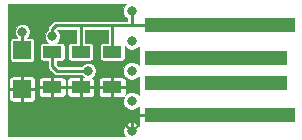
<source format=gbr>
%TF.GenerationSoftware,KiCad,Pcbnew,no-vcs-found-72d4889~60~ubuntu17.04.1*%
%TF.CreationDate,2017-10-22T13:46:19+11:00*%
%TF.ProjectId,capslock,636170736C6F636B2E6B696361645F70,1.00*%
%TF.SameCoordinates,PX60e4b00PY3bf3e68*%
%TF.FileFunction,Copper,L1,Top,Signal*%
%TF.FilePolarity,Positive*%
%FSLAX46Y46*%
G04 Gerber Fmt 4.6, Leading zero omitted, Abs format (unit mm)*
G04 Created by KiCad (PCBNEW no-vcs-found-72d4889~60~ubuntu17.04.1) date Sun Oct 22 13:46:19 2017*
%MOMM*%
%LPD*%
G01*
G04 APERTURE LIST*
%TA.AperFunction,ComponentPad*%
%ADD10C,0.800000*%
%TD*%
%TA.AperFunction,SMDPad,CuDef*%
%ADD11R,12.700000X1.270000*%
%TD*%
%TA.AperFunction,SMDPad,CuDef*%
%ADD12R,12.065000X1.270000*%
%TD*%
%TA.AperFunction,SMDPad,CuDef*%
%ADD13R,1.600000X1.000000*%
%TD*%
%TA.AperFunction,SMDPad,CuDef*%
%ADD14R,1.500000X1.500000*%
%TD*%
%TA.AperFunction,ViaPad*%
%ADD15C,0.800000*%
%TD*%
%TA.AperFunction,Conductor*%
%ADD16C,0.250000*%
%TD*%
%TA.AperFunction,Conductor*%
%ADD17C,0.100000*%
%TD*%
G04 APERTURE END LIST*
D10*
%TO.P,GND,1*%
%TO.N,GND*%
X10922000Y889000D03*
%TD*%
%TO.P,PGC,1*%
%TO.N,/PGC*%
X10922000Y3429000D03*
%TD*%
%TO.P,PGD,1*%
%TO.N,/PGD*%
X10922000Y5969000D03*
%TD*%
%TO.P,VPP,1*%
%TO.N,/VPP*%
X10922000Y8509000D03*
%TD*%
%TO.P,VDD,1*%
%TO.N,VDD*%
X10922000Y11049000D03*
%TD*%
D11*
%TO.P,J1,4*%
%TO.N,GND*%
X18389600Y2209800D03*
D12*
%TO.P,J1,3*%
%TO.N,/D+*%
X18072100Y4940300D03*
%TO.P,J1,2*%
%TO.N,/D-*%
X18072100Y7099300D03*
D11*
%TO.P,J1,1*%
%TO.N,VDD*%
X18389600Y9829800D03*
%TD*%
D13*
%TO.P,C2,1*%
%TO.N,/VUSB*%
X4191000Y7596000D03*
%TO.P,C2,2*%
%TO.N,GND*%
X4191000Y4596000D03*
%TD*%
%TO.P,C3,1*%
%TO.N,VDD*%
X9271000Y7596000D03*
%TO.P,C3,2*%
%TO.N,GND*%
X9271000Y4596000D03*
%TD*%
D14*
%TO.P,D1,2*%
%TO.N,/N1*%
X1651000Y7746000D03*
%TO.P,D1,1*%
%TO.N,GND*%
X1651000Y4446000D03*
%TD*%
D13*
%TO.P,C1,1*%
%TO.N,VDD*%
X6604000Y7596000D03*
%TO.P,C1,2*%
%TO.N,GND*%
X6604000Y4596000D03*
%TD*%
D15*
%TO.N,VDD*%
X4191000Y8890000D03*
%TO.N,GND*%
X4191000Y3429000D03*
%TO.N,/VUSB*%
X7239000Y5969000D03*
%TO.N,/D+*%
X12446000Y4953000D03*
%TO.N,/D-*%
X12446000Y7112000D03*
%TO.N,/N1*%
X1651000Y9271000D03*
%TD*%
D16*
%TO.N,VDD*%
X4191000Y9525000D02*
X4495800Y9829800D01*
X4495800Y9829800D02*
X4749800Y9829800D01*
X4749800Y9829800D02*
X6604000Y9829800D01*
X4191000Y8890000D02*
X4191000Y9525000D01*
X10922000Y9829800D02*
X10922000Y11049000D01*
X9271000Y9829800D02*
X10795000Y9829800D01*
X9271000Y7596000D02*
X9271000Y9829800D01*
X9271000Y9829800D02*
X9271000Y9779000D01*
X9271000Y9779000D02*
X9271000Y9829800D01*
X6604000Y7596000D02*
X6604000Y9829800D01*
X6604000Y9829800D02*
X6604000Y9779000D01*
X6604000Y9779000D02*
X6604000Y9829800D01*
X18389600Y9829800D02*
X10922000Y9829800D01*
X10922000Y9829800D02*
X10795000Y9829800D01*
X9398000Y9829800D02*
X9271000Y9829800D01*
X9271000Y9829800D02*
X6604000Y9829800D01*
%TO.N,GND*%
X10922000Y2209800D02*
X10922000Y889000D01*
X9271000Y2209800D02*
X9271000Y4596000D01*
X6604000Y2209800D02*
X6604000Y4596000D01*
X4191000Y2209800D02*
X4191000Y3429000D01*
X18389600Y2209800D02*
X10922000Y2209800D01*
X10922000Y2209800D02*
X9271000Y2209800D01*
X9271000Y2209800D02*
X6604000Y2209800D01*
X6604000Y2209800D02*
X4191000Y2209800D01*
X4191000Y2209800D02*
X1981200Y2209800D01*
X1981200Y2209800D02*
X1651000Y2540000D01*
X1651000Y2540000D02*
X1651000Y4446000D01*
X4191000Y3429000D02*
X4191000Y3454400D01*
X4191000Y4596000D02*
X4191000Y3454400D01*
%TO.N,/VUSB*%
X4191000Y6350000D02*
X4191000Y7596000D01*
X4318000Y6223000D02*
X4191000Y6350000D01*
X4572000Y5969000D02*
X4318000Y6223000D01*
X7239000Y5969000D02*
X4572000Y5969000D01*
%TO.N,/D+*%
X12458700Y4940300D02*
X12446000Y4953000D01*
X12458700Y4940300D02*
X18072100Y4940300D01*
X12458700Y4940300D02*
X18072100Y4940300D01*
%TO.N,/D-*%
X12446000Y7112000D02*
X12458700Y7099300D01*
X12458700Y7099300D02*
X18072100Y7099300D01*
%TO.N,/N1*%
X1651000Y7746000D02*
X1651000Y9271000D01*
%TD*%
D17*
%TO.N,GND*%
G36*
X10286552Y11474395D02*
X10172131Y11198839D01*
X10171870Y10900470D01*
X10285811Y10624714D01*
X10496605Y10413552D01*
X10547000Y10392626D01*
X10547000Y10204800D01*
X4495800Y10204800D01*
X4352293Y10176255D01*
X4230635Y10094965D01*
X3925835Y9790165D01*
X3844545Y9668507D01*
X3834390Y9617455D01*
X3816000Y9525000D01*
X3816000Y9434091D01*
X3640278Y9258676D01*
X3541113Y9019860D01*
X3540888Y8761274D01*
X3639636Y8522286D01*
X3810725Y8350897D01*
X3391000Y8350897D01*
X3293455Y8331494D01*
X3210761Y8276239D01*
X3155506Y8193545D01*
X3136103Y8096000D01*
X3136103Y7096000D01*
X3155506Y6998455D01*
X3210761Y6915761D01*
X3293455Y6860506D01*
X3391000Y6841103D01*
X3816000Y6841103D01*
X3816000Y6350000D01*
X3844545Y6206493D01*
X3925835Y6084835D01*
X4306835Y5703835D01*
X4428493Y5622545D01*
X4572000Y5594000D01*
X6694909Y5594000D01*
X6842650Y5446000D01*
X6766500Y5446000D01*
X6679000Y5358500D01*
X6679000Y4671000D01*
X7666500Y4671000D01*
X7754000Y4758500D01*
X7754000Y5165619D01*
X8121000Y5165619D01*
X8121000Y4758500D01*
X8208500Y4671000D01*
X9196000Y4671000D01*
X9196000Y5358500D01*
X9346000Y5358500D01*
X9346000Y4671000D01*
X10333500Y4671000D01*
X10421000Y4758500D01*
X10421000Y5165619D01*
X10367716Y5294259D01*
X10269259Y5392715D01*
X10140620Y5446000D01*
X9433500Y5446000D01*
X9346000Y5358500D01*
X9196000Y5358500D01*
X9108500Y5446000D01*
X8401380Y5446000D01*
X8272741Y5392715D01*
X8174284Y5294259D01*
X8121000Y5165619D01*
X7754000Y5165619D01*
X7700716Y5294259D01*
X7602259Y5392715D01*
X7574365Y5404269D01*
X7606714Y5417636D01*
X7789722Y5600324D01*
X7888887Y5839140D01*
X7889112Y6097726D01*
X7790364Y6336714D01*
X7607676Y6519722D01*
X7368860Y6618887D01*
X7110274Y6619112D01*
X6871286Y6520364D01*
X6694613Y6344000D01*
X4727330Y6344000D01*
X4566000Y6505330D01*
X4566000Y6841103D01*
X4991000Y6841103D01*
X5088545Y6860506D01*
X5171239Y6915761D01*
X5226494Y6998455D01*
X5245897Y7096000D01*
X5245897Y8096000D01*
X5226494Y8193545D01*
X5171239Y8276239D01*
X5088545Y8331494D01*
X4991000Y8350897D01*
X4570996Y8350897D01*
X4741722Y8521324D01*
X4840887Y8760140D01*
X4841112Y9018726D01*
X4742364Y9257714D01*
X4598330Y9402000D01*
X4651130Y9454800D01*
X6229000Y9454800D01*
X6229000Y8350897D01*
X5804000Y8350897D01*
X5706455Y8331494D01*
X5623761Y8276239D01*
X5568506Y8193545D01*
X5549103Y8096000D01*
X5549103Y7096000D01*
X5568506Y6998455D01*
X5623761Y6915761D01*
X5706455Y6860506D01*
X5804000Y6841103D01*
X7404000Y6841103D01*
X7501545Y6860506D01*
X7584239Y6915761D01*
X7639494Y6998455D01*
X7658897Y7096000D01*
X7658897Y8096000D01*
X7639494Y8193545D01*
X7584239Y8276239D01*
X7501545Y8331494D01*
X7404000Y8350897D01*
X6979000Y8350897D01*
X6979000Y9454800D01*
X8896000Y9454800D01*
X8896000Y8350897D01*
X8471000Y8350897D01*
X8373455Y8331494D01*
X8290761Y8276239D01*
X8235506Y8193545D01*
X8216103Y8096000D01*
X8216103Y7096000D01*
X8235506Y6998455D01*
X8290761Y6915761D01*
X8373455Y6860506D01*
X8471000Y6841103D01*
X10071000Y6841103D01*
X10168545Y6860506D01*
X10251239Y6915761D01*
X10306494Y6998455D01*
X10325897Y7096000D01*
X10325897Y8044558D01*
X10496605Y7873552D01*
X10772161Y7759131D01*
X11070530Y7758870D01*
X11346286Y7872811D01*
X11507000Y8033245D01*
X11507000Y6444564D01*
X11347395Y6604448D01*
X11071839Y6718869D01*
X10773470Y6719130D01*
X10497714Y6605189D01*
X10286552Y6394395D01*
X10172131Y6118839D01*
X10171870Y5820470D01*
X10285811Y5544714D01*
X10496605Y5333552D01*
X10772161Y5219131D01*
X11070530Y5218870D01*
X11346286Y5332811D01*
X11507000Y5493245D01*
X11507000Y3904564D01*
X11347395Y4064448D01*
X11071839Y4178869D01*
X10773470Y4179130D01*
X10497714Y4065189D01*
X10394324Y3961979D01*
X10421000Y4026381D01*
X10421000Y4433500D01*
X10333500Y4521000D01*
X9346000Y4521000D01*
X9346000Y3833500D01*
X9433500Y3746000D01*
X10140620Y3746000D01*
X10262507Y3796488D01*
X10172131Y3578839D01*
X10171870Y3280470D01*
X10285811Y3004714D01*
X10496605Y2793552D01*
X10772161Y2679131D01*
X11070530Y2678870D01*
X11346286Y2792811D01*
X11507000Y2953245D01*
X11507000Y1296338D01*
X11450935Y1311869D01*
X11028066Y889000D01*
X11042209Y874857D01*
X10936143Y768791D01*
X10922000Y782934D01*
X10907858Y768791D01*
X10801792Y874857D01*
X10815934Y889000D01*
X10393065Y1311869D01*
X10262250Y1275632D01*
X10164513Y993726D01*
X10182096Y695876D01*
X10262250Y502368D01*
X10393063Y466132D01*
X10376931Y450000D01*
X431000Y450000D01*
X431000Y1417935D01*
X10499131Y1417935D01*
X10922000Y995066D01*
X11344869Y1417935D01*
X11308632Y1548750D01*
X11026726Y1646487D01*
X10728876Y1628904D01*
X10535368Y1548750D01*
X10499131Y1417935D01*
X431000Y1417935D01*
X431000Y4283500D01*
X551000Y4283500D01*
X551000Y3626381D01*
X604284Y3497741D01*
X702741Y3399285D01*
X831380Y3346000D01*
X1488500Y3346000D01*
X1576000Y3433500D01*
X1576000Y4371000D01*
X1726000Y4371000D01*
X1726000Y3433500D01*
X1813500Y3346000D01*
X2470620Y3346000D01*
X2599259Y3399285D01*
X2697716Y3497741D01*
X2751000Y3626381D01*
X2751000Y4283500D01*
X2663500Y4371000D01*
X1726000Y4371000D01*
X1576000Y4371000D01*
X638500Y4371000D01*
X551000Y4283500D01*
X431000Y4283500D01*
X431000Y4433500D01*
X3041000Y4433500D01*
X3041000Y4026381D01*
X3094284Y3897741D01*
X3192741Y3799285D01*
X3321380Y3746000D01*
X4028500Y3746000D01*
X4116000Y3833500D01*
X4116000Y4521000D01*
X4266000Y4521000D01*
X4266000Y3833500D01*
X4353500Y3746000D01*
X5060620Y3746000D01*
X5189259Y3799285D01*
X5287716Y3897741D01*
X5341000Y4026381D01*
X5341000Y4433500D01*
X5454000Y4433500D01*
X5454000Y4026381D01*
X5507284Y3897741D01*
X5605741Y3799285D01*
X5734380Y3746000D01*
X6441500Y3746000D01*
X6529000Y3833500D01*
X6529000Y4521000D01*
X6679000Y4521000D01*
X6679000Y3833500D01*
X6766500Y3746000D01*
X7473620Y3746000D01*
X7602259Y3799285D01*
X7700716Y3897741D01*
X7754000Y4026381D01*
X7754000Y4433500D01*
X8121000Y4433500D01*
X8121000Y4026381D01*
X8174284Y3897741D01*
X8272741Y3799285D01*
X8401380Y3746000D01*
X9108500Y3746000D01*
X9196000Y3833500D01*
X9196000Y4521000D01*
X8208500Y4521000D01*
X8121000Y4433500D01*
X7754000Y4433500D01*
X7666500Y4521000D01*
X6679000Y4521000D01*
X6529000Y4521000D01*
X5541500Y4521000D01*
X5454000Y4433500D01*
X5341000Y4433500D01*
X5253500Y4521000D01*
X4266000Y4521000D01*
X4116000Y4521000D01*
X3128500Y4521000D01*
X3041000Y4433500D01*
X431000Y4433500D01*
X431000Y5265619D01*
X551000Y5265619D01*
X551000Y4608500D01*
X638500Y4521000D01*
X1576000Y4521000D01*
X1576000Y5458500D01*
X1726000Y5458500D01*
X1726000Y4521000D01*
X2663500Y4521000D01*
X2751000Y4608500D01*
X2751000Y5165619D01*
X3041000Y5165619D01*
X3041000Y4758500D01*
X3128500Y4671000D01*
X4116000Y4671000D01*
X4116000Y5358500D01*
X4266000Y5358500D01*
X4266000Y4671000D01*
X5253500Y4671000D01*
X5341000Y4758500D01*
X5341000Y5165619D01*
X5454000Y5165619D01*
X5454000Y4758500D01*
X5541500Y4671000D01*
X6529000Y4671000D01*
X6529000Y5358500D01*
X6441500Y5446000D01*
X5734380Y5446000D01*
X5605741Y5392715D01*
X5507284Y5294259D01*
X5454000Y5165619D01*
X5341000Y5165619D01*
X5287716Y5294259D01*
X5189259Y5392715D01*
X5060620Y5446000D01*
X4353500Y5446000D01*
X4266000Y5358500D01*
X4116000Y5358500D01*
X4028500Y5446000D01*
X3321380Y5446000D01*
X3192741Y5392715D01*
X3094284Y5294259D01*
X3041000Y5165619D01*
X2751000Y5165619D01*
X2751000Y5265619D01*
X2697716Y5394259D01*
X2599259Y5492715D01*
X2470620Y5546000D01*
X1813500Y5546000D01*
X1726000Y5458500D01*
X1576000Y5458500D01*
X1488500Y5546000D01*
X831380Y5546000D01*
X702741Y5492715D01*
X604284Y5394259D01*
X551000Y5265619D01*
X431000Y5265619D01*
X431000Y8496000D01*
X646103Y8496000D01*
X646103Y6996000D01*
X665506Y6898455D01*
X720761Y6815761D01*
X803455Y6760506D01*
X901000Y6741103D01*
X2401000Y6741103D01*
X2498545Y6760506D01*
X2581239Y6815761D01*
X2636494Y6898455D01*
X2655897Y6996000D01*
X2655897Y8496000D01*
X2636494Y8593545D01*
X2581239Y8676239D01*
X2498545Y8731494D01*
X2401000Y8750897D01*
X2050030Y8750897D01*
X2201722Y8902324D01*
X2300887Y9141140D01*
X2301112Y9399726D01*
X2202364Y9638714D01*
X2019676Y9821722D01*
X1780860Y9920887D01*
X1522274Y9921112D01*
X1283286Y9822364D01*
X1100278Y9639676D01*
X1001113Y9400860D01*
X1000888Y9142274D01*
X1099636Y8903286D01*
X1251759Y8750897D01*
X901000Y8750897D01*
X803455Y8731494D01*
X720761Y8676239D01*
X665506Y8593545D01*
X646103Y8496000D01*
X431000Y8496000D01*
X431000Y11634000D01*
X10446436Y11634000D01*
X10286552Y11474395D01*
X10286552Y11474395D01*
G37*
X10286552Y11474395D02*
X10172131Y11198839D01*
X10171870Y10900470D01*
X10285811Y10624714D01*
X10496605Y10413552D01*
X10547000Y10392626D01*
X10547000Y10204800D01*
X4495800Y10204800D01*
X4352293Y10176255D01*
X4230635Y10094965D01*
X3925835Y9790165D01*
X3844545Y9668507D01*
X3834390Y9617455D01*
X3816000Y9525000D01*
X3816000Y9434091D01*
X3640278Y9258676D01*
X3541113Y9019860D01*
X3540888Y8761274D01*
X3639636Y8522286D01*
X3810725Y8350897D01*
X3391000Y8350897D01*
X3293455Y8331494D01*
X3210761Y8276239D01*
X3155506Y8193545D01*
X3136103Y8096000D01*
X3136103Y7096000D01*
X3155506Y6998455D01*
X3210761Y6915761D01*
X3293455Y6860506D01*
X3391000Y6841103D01*
X3816000Y6841103D01*
X3816000Y6350000D01*
X3844545Y6206493D01*
X3925835Y6084835D01*
X4306835Y5703835D01*
X4428493Y5622545D01*
X4572000Y5594000D01*
X6694909Y5594000D01*
X6842650Y5446000D01*
X6766500Y5446000D01*
X6679000Y5358500D01*
X6679000Y4671000D01*
X7666500Y4671000D01*
X7754000Y4758500D01*
X7754000Y5165619D01*
X8121000Y5165619D01*
X8121000Y4758500D01*
X8208500Y4671000D01*
X9196000Y4671000D01*
X9196000Y5358500D01*
X9346000Y5358500D01*
X9346000Y4671000D01*
X10333500Y4671000D01*
X10421000Y4758500D01*
X10421000Y5165619D01*
X10367716Y5294259D01*
X10269259Y5392715D01*
X10140620Y5446000D01*
X9433500Y5446000D01*
X9346000Y5358500D01*
X9196000Y5358500D01*
X9108500Y5446000D01*
X8401380Y5446000D01*
X8272741Y5392715D01*
X8174284Y5294259D01*
X8121000Y5165619D01*
X7754000Y5165619D01*
X7700716Y5294259D01*
X7602259Y5392715D01*
X7574365Y5404269D01*
X7606714Y5417636D01*
X7789722Y5600324D01*
X7888887Y5839140D01*
X7889112Y6097726D01*
X7790364Y6336714D01*
X7607676Y6519722D01*
X7368860Y6618887D01*
X7110274Y6619112D01*
X6871286Y6520364D01*
X6694613Y6344000D01*
X4727330Y6344000D01*
X4566000Y6505330D01*
X4566000Y6841103D01*
X4991000Y6841103D01*
X5088545Y6860506D01*
X5171239Y6915761D01*
X5226494Y6998455D01*
X5245897Y7096000D01*
X5245897Y8096000D01*
X5226494Y8193545D01*
X5171239Y8276239D01*
X5088545Y8331494D01*
X4991000Y8350897D01*
X4570996Y8350897D01*
X4741722Y8521324D01*
X4840887Y8760140D01*
X4841112Y9018726D01*
X4742364Y9257714D01*
X4598330Y9402000D01*
X4651130Y9454800D01*
X6229000Y9454800D01*
X6229000Y8350897D01*
X5804000Y8350897D01*
X5706455Y8331494D01*
X5623761Y8276239D01*
X5568506Y8193545D01*
X5549103Y8096000D01*
X5549103Y7096000D01*
X5568506Y6998455D01*
X5623761Y6915761D01*
X5706455Y6860506D01*
X5804000Y6841103D01*
X7404000Y6841103D01*
X7501545Y6860506D01*
X7584239Y6915761D01*
X7639494Y6998455D01*
X7658897Y7096000D01*
X7658897Y8096000D01*
X7639494Y8193545D01*
X7584239Y8276239D01*
X7501545Y8331494D01*
X7404000Y8350897D01*
X6979000Y8350897D01*
X6979000Y9454800D01*
X8896000Y9454800D01*
X8896000Y8350897D01*
X8471000Y8350897D01*
X8373455Y8331494D01*
X8290761Y8276239D01*
X8235506Y8193545D01*
X8216103Y8096000D01*
X8216103Y7096000D01*
X8235506Y6998455D01*
X8290761Y6915761D01*
X8373455Y6860506D01*
X8471000Y6841103D01*
X10071000Y6841103D01*
X10168545Y6860506D01*
X10251239Y6915761D01*
X10306494Y6998455D01*
X10325897Y7096000D01*
X10325897Y8044558D01*
X10496605Y7873552D01*
X10772161Y7759131D01*
X11070530Y7758870D01*
X11346286Y7872811D01*
X11507000Y8033245D01*
X11507000Y6444564D01*
X11347395Y6604448D01*
X11071839Y6718869D01*
X10773470Y6719130D01*
X10497714Y6605189D01*
X10286552Y6394395D01*
X10172131Y6118839D01*
X10171870Y5820470D01*
X10285811Y5544714D01*
X10496605Y5333552D01*
X10772161Y5219131D01*
X11070530Y5218870D01*
X11346286Y5332811D01*
X11507000Y5493245D01*
X11507000Y3904564D01*
X11347395Y4064448D01*
X11071839Y4178869D01*
X10773470Y4179130D01*
X10497714Y4065189D01*
X10394324Y3961979D01*
X10421000Y4026381D01*
X10421000Y4433500D01*
X10333500Y4521000D01*
X9346000Y4521000D01*
X9346000Y3833500D01*
X9433500Y3746000D01*
X10140620Y3746000D01*
X10262507Y3796488D01*
X10172131Y3578839D01*
X10171870Y3280470D01*
X10285811Y3004714D01*
X10496605Y2793552D01*
X10772161Y2679131D01*
X11070530Y2678870D01*
X11346286Y2792811D01*
X11507000Y2953245D01*
X11507000Y1296338D01*
X11450935Y1311869D01*
X11028066Y889000D01*
X11042209Y874857D01*
X10936143Y768791D01*
X10922000Y782934D01*
X10907858Y768791D01*
X10801792Y874857D01*
X10815934Y889000D01*
X10393065Y1311869D01*
X10262250Y1275632D01*
X10164513Y993726D01*
X10182096Y695876D01*
X10262250Y502368D01*
X10393063Y466132D01*
X10376931Y450000D01*
X431000Y450000D01*
X431000Y1417935D01*
X10499131Y1417935D01*
X10922000Y995066D01*
X11344869Y1417935D01*
X11308632Y1548750D01*
X11026726Y1646487D01*
X10728876Y1628904D01*
X10535368Y1548750D01*
X10499131Y1417935D01*
X431000Y1417935D01*
X431000Y4283500D01*
X551000Y4283500D01*
X551000Y3626381D01*
X604284Y3497741D01*
X702741Y3399285D01*
X831380Y3346000D01*
X1488500Y3346000D01*
X1576000Y3433500D01*
X1576000Y4371000D01*
X1726000Y4371000D01*
X1726000Y3433500D01*
X1813500Y3346000D01*
X2470620Y3346000D01*
X2599259Y3399285D01*
X2697716Y3497741D01*
X2751000Y3626381D01*
X2751000Y4283500D01*
X2663500Y4371000D01*
X1726000Y4371000D01*
X1576000Y4371000D01*
X638500Y4371000D01*
X551000Y4283500D01*
X431000Y4283500D01*
X431000Y4433500D01*
X3041000Y4433500D01*
X3041000Y4026381D01*
X3094284Y3897741D01*
X3192741Y3799285D01*
X3321380Y3746000D01*
X4028500Y3746000D01*
X4116000Y3833500D01*
X4116000Y4521000D01*
X4266000Y4521000D01*
X4266000Y3833500D01*
X4353500Y3746000D01*
X5060620Y3746000D01*
X5189259Y3799285D01*
X5287716Y3897741D01*
X5341000Y4026381D01*
X5341000Y4433500D01*
X5454000Y4433500D01*
X5454000Y4026381D01*
X5507284Y3897741D01*
X5605741Y3799285D01*
X5734380Y3746000D01*
X6441500Y3746000D01*
X6529000Y3833500D01*
X6529000Y4521000D01*
X6679000Y4521000D01*
X6679000Y3833500D01*
X6766500Y3746000D01*
X7473620Y3746000D01*
X7602259Y3799285D01*
X7700716Y3897741D01*
X7754000Y4026381D01*
X7754000Y4433500D01*
X8121000Y4433500D01*
X8121000Y4026381D01*
X8174284Y3897741D01*
X8272741Y3799285D01*
X8401380Y3746000D01*
X9108500Y3746000D01*
X9196000Y3833500D01*
X9196000Y4521000D01*
X8208500Y4521000D01*
X8121000Y4433500D01*
X7754000Y4433500D01*
X7666500Y4521000D01*
X6679000Y4521000D01*
X6529000Y4521000D01*
X5541500Y4521000D01*
X5454000Y4433500D01*
X5341000Y4433500D01*
X5253500Y4521000D01*
X4266000Y4521000D01*
X4116000Y4521000D01*
X3128500Y4521000D01*
X3041000Y4433500D01*
X431000Y4433500D01*
X431000Y5265619D01*
X551000Y5265619D01*
X551000Y4608500D01*
X638500Y4521000D01*
X1576000Y4521000D01*
X1576000Y5458500D01*
X1726000Y5458500D01*
X1726000Y4521000D01*
X2663500Y4521000D01*
X2751000Y4608500D01*
X2751000Y5165619D01*
X3041000Y5165619D01*
X3041000Y4758500D01*
X3128500Y4671000D01*
X4116000Y4671000D01*
X4116000Y5358500D01*
X4266000Y5358500D01*
X4266000Y4671000D01*
X5253500Y4671000D01*
X5341000Y4758500D01*
X5341000Y5165619D01*
X5454000Y5165619D01*
X5454000Y4758500D01*
X5541500Y4671000D01*
X6529000Y4671000D01*
X6529000Y5358500D01*
X6441500Y5446000D01*
X5734380Y5446000D01*
X5605741Y5392715D01*
X5507284Y5294259D01*
X5454000Y5165619D01*
X5341000Y5165619D01*
X5287716Y5294259D01*
X5189259Y5392715D01*
X5060620Y5446000D01*
X4353500Y5446000D01*
X4266000Y5358500D01*
X4116000Y5358500D01*
X4028500Y5446000D01*
X3321380Y5446000D01*
X3192741Y5392715D01*
X3094284Y5294259D01*
X3041000Y5165619D01*
X2751000Y5165619D01*
X2751000Y5265619D01*
X2697716Y5394259D01*
X2599259Y5492715D01*
X2470620Y5546000D01*
X1813500Y5546000D01*
X1726000Y5458500D01*
X1576000Y5458500D01*
X1488500Y5546000D01*
X831380Y5546000D01*
X702741Y5492715D01*
X604284Y5394259D01*
X551000Y5265619D01*
X431000Y5265619D01*
X431000Y8496000D01*
X646103Y8496000D01*
X646103Y6996000D01*
X665506Y6898455D01*
X720761Y6815761D01*
X803455Y6760506D01*
X901000Y6741103D01*
X2401000Y6741103D01*
X2498545Y6760506D01*
X2581239Y6815761D01*
X2636494Y6898455D01*
X2655897Y6996000D01*
X2655897Y8496000D01*
X2636494Y8593545D01*
X2581239Y8676239D01*
X2498545Y8731494D01*
X2401000Y8750897D01*
X2050030Y8750897D01*
X2201722Y8902324D01*
X2300887Y9141140D01*
X2301112Y9399726D01*
X2202364Y9638714D01*
X2019676Y9821722D01*
X1780860Y9920887D01*
X1522274Y9921112D01*
X1283286Y9822364D01*
X1100278Y9639676D01*
X1001113Y9400860D01*
X1000888Y9142274D01*
X1099636Y8903286D01*
X1251759Y8750897D01*
X901000Y8750897D01*
X803455Y8731494D01*
X720761Y8676239D01*
X665506Y8593545D01*
X646103Y8496000D01*
X431000Y8496000D01*
X431000Y11634000D01*
X10446436Y11634000D01*
X10286552Y11474395D01*
%TD*%
M02*

</source>
